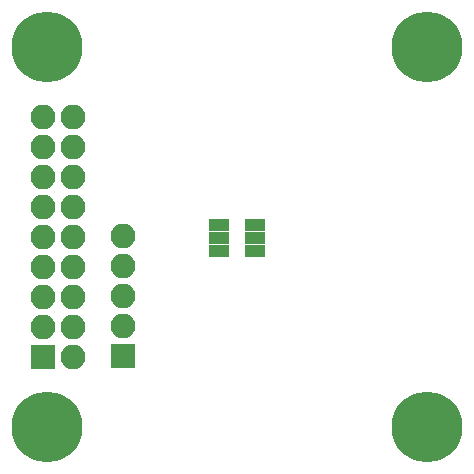
<source format=gbr>
G04 #@! TF.FileFunction,Soldermask,Bot*
%FSLAX46Y46*%
G04 Gerber Fmt 4.6, Leading zero omitted, Abs format (unit mm)*
G04 Created by KiCad (PCBNEW 4.0.7) date Tuesday, 19 '19e' June '19e' 2018, 11:34:03*
%MOMM*%
%LPD*%
G01*
G04 APERTURE LIST*
%ADD10C,0.100000*%
%ADD11R,2.100000X2.100000*%
%ADD12O,2.100000X2.100000*%
%ADD13C,6.000000*%
%ADD14R,1.700000X1.100000*%
G04 APERTURE END LIST*
D10*
D11*
X130710745Y-109789517D03*
D12*
X133250745Y-109789517D03*
X130710745Y-107249517D03*
X133250745Y-107249517D03*
X130710745Y-104709517D03*
X133250745Y-104709517D03*
X130710745Y-102169517D03*
X133250745Y-102169517D03*
X130710745Y-99629517D03*
X133250745Y-99629517D03*
X130710745Y-97089517D03*
X133250745Y-97089517D03*
X130710745Y-94549517D03*
X133250745Y-94549517D03*
X130710745Y-92009517D03*
X133250745Y-92009517D03*
X130710745Y-89469517D03*
X133250745Y-89469517D03*
D13*
X131030745Y-83529517D03*
X163230745Y-83529517D03*
X163230745Y-115729517D03*
D14*
X145580745Y-100769517D03*
X145580745Y-99669517D03*
X145580745Y-98569517D03*
X148680745Y-98569517D03*
X148680745Y-99669517D03*
X148680745Y-100769517D03*
D11*
X137500745Y-109679517D03*
D12*
X137500745Y-107139517D03*
X137500745Y-104599517D03*
X137500745Y-102059517D03*
X137500745Y-99519517D03*
D13*
X131030745Y-115729517D03*
M02*

</source>
